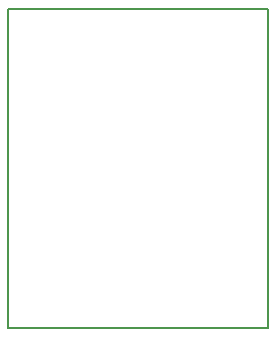
<source format=gm1>
G04 #@! TF.GenerationSoftware,KiCad,Pcbnew,7.0.10-7.0.10~ubuntu22.04.1*
G04 #@! TF.CreationDate,2024-01-16T23:48:01+08:00*
G04 #@! TF.ProjectId,EL_oscillator,454c5f6f-7363-4696-9c6c-61746f722e6b,rev?*
G04 #@! TF.SameCoordinates,Original*
G04 #@! TF.FileFunction,Profile,NP*
%FSLAX46Y46*%
G04 Gerber Fmt 4.6, Leading zero omitted, Abs format (unit mm)*
G04 Created by KiCad (PCBNEW 7.0.10-7.0.10~ubuntu22.04.1) date 2024-01-16 23:48:01*
%MOMM*%
%LPD*%
G01*
G04 APERTURE LIST*
G04 #@! TA.AperFunction,Profile*
%ADD10C,0.200000*%
G04 #@! TD*
G04 APERTURE END LIST*
D10*
X100000000Y-100000000D02*
X122000000Y-100000000D01*
X122000000Y-127000000D01*
X100000000Y-127000000D01*
X100000000Y-100000000D01*
M02*

</source>
